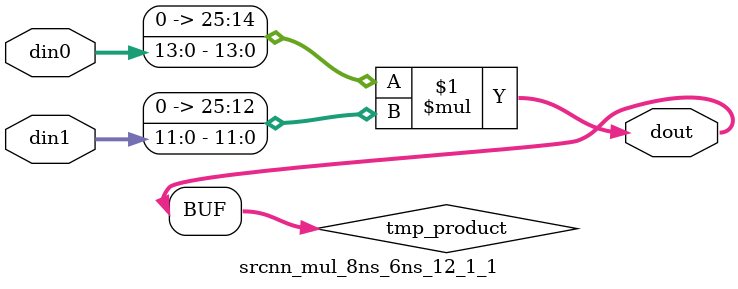
<source format=v>

`timescale 1 ns / 1 ps

  module srcnn_mul_8ns_6ns_12_1_1(din0, din1, dout);
parameter ID = 1;
parameter NUM_STAGE = 0;
parameter din0_WIDTH = 14;
parameter din1_WIDTH = 12;
parameter dout_WIDTH = 26;

input [din0_WIDTH - 1 : 0] din0; 
input [din1_WIDTH - 1 : 0] din1; 
output [dout_WIDTH - 1 : 0] dout;

wire signed [dout_WIDTH - 1 : 0] tmp_product;










assign tmp_product = $signed({1'b0, din0}) * $signed({1'b0, din1});











assign dout = tmp_product;







endmodule

</source>
